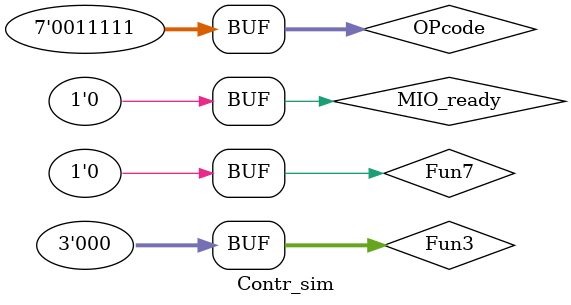
<source format=v>
`timescale 1ns / 1ps


module Contr_sim(

    );
    reg [6:0]OPcode; //OPcode------inst[6:0] //
    reg [2:0]Fun3; //Function-----inst[14:12]
    reg Fun7; //Function-----inst[30]
    reg MIO_ready; //CPU Wait
     wire [2:0]ImmSel; //Á¢¼´ÊýÑ¡Ôñ¿ØÖÆ //
     wire ALUSrc_B; //Ô´²Ù×÷Êý2Ñ¡Ôñ
     wire [1:0]MemtoReg; //Ð´»ØÊý¾ÝÑ¡Ôñ¿ØÖÆ
     wire [1:0]Jump; //jal //
     wire Branch; //beq
     wire BranchN; //bne //
     wire RegWrite; //¼Ä´æÆ÷Ð´Ê¹ÄÜ
     wire MemRW; //´æ´¢Æ÷¶ÁÐ´Ê¹ÄÜ
     wire [3:0]ALU_Control; //alu¿ØÖÆ //
     wire CPU_MIO; //not use
     
SCPU_4921 tb(
     .OPcode(OPcode), //OPcode------inst[6:0] //
     .Fun3(Fun3), //Function-----inst[14:12]
     .Fun7(Fun7), //Function-----inst[30]
     .MIO_ready(MIO_ready), //CPU Wait
      .ImmSel(ImmSel), //Á¢¼´ÊýÑ¡Ôñ¿ØÖÆ //
      .ALUSrc_B(ALUSrc_B), //Ô´²Ù×÷Êý2Ñ¡Ôñ
      .MemtoReg(MemtoReg), //Ð´»ØÊý¾ÝÑ¡Ôñ¿ØÖÆ
      .Jump(Jump), //jal //
      .Branch(Branch), //beq
      .BranchN(BranchN), //bne //
      .RegWrite(RegWrite), //¼Ä´æÆ÷Ð´Ê¹ÄÜ
      .MemRW(MemRW),//´æ´¢Æ÷¶ÁÐ´Ê¹ÄÜ
      .ALU_Control(ALU_Control), //alu¿ØÖÆ //
      .CPU_MIO(CPU_MIO) //not use
     );
initial begin
// Initialize Inputs
OPcode = 0;
MIO_ready = 0; #40;
// Wait 40 ns for global reset to finish¡£ÒÔÉÏÊÇ²âÊÔÄ£°å´úÂë¡£
// Add stimulus here
//¼ì²éÊä³öÐÅºÅºÍ¹Ø¼üÐÅºÅÊä³öÊÇ·ñÂú×ãÕæÖµ±í
OPcode = 7'b0010011;
Fun3 = 3'b111;
#20
OPcode = 7'b0110111;
#20
OPcode = 7'b0110011; //ALUÖ¸Áî£¬¼ì²é ALUop=2'b10; RegWrite=1
Fun3 = 3'b000; Fun7 = 1'b0;//add,¼ì²éALU_Control=3'b010
#20;
Fun3 = 3'b000; Fun7 = 1'b1;//sub,¼ì²éALU_Control=3'b110
#20;
Fun3 = 3'b111; Fun7 = 1'b0;//and,¼ì²éALU_Control=3'b000
#20;
Fun3 = 3'b110; Fun7 = 1'b0;//or,¼ì²éALU_Control=3'b001
#20;
Fun3 = 3'b010; Fun7 = 1'b0 ;//slt,¼ì²éALU_Control=3'b111
#20;
Fun3 = 3'b101; Fun7 = 1'b0; //srl,¼ì²éALU_Control=3'b101
#20;
Fun3 = 3'b100; Fun7 = 1'b0; //xor,¼ì²éALU_Control=3'b011
#20;
Fun3 = 3'b111; Fun7 = 1'b1; //¼ä¸ô
#1;
OPcode = 7'b0100011; //S-Type,loadÖ¸Áî£¬¼ì²é ALUop=2'b00, #20; // ALUSrc_B=1, MemtoReg=1, RegWrite=1
Fun3 = 3'b010;
#20

OPcode = 7'b1100011;//B-Type,
Fun3 = 3'b000;//Beq
#20
Fun3 = 3'b001;//Bne
#20

OPcode = 7'b0110111;//lui
#20
OPcode = 7'b1101111;//J-Type,jal
#20
OPcode = 7'b0000011;//I-Type,lw
#20
OPcode = 7'b1100111;//jalr
#20
OPcode = 7'b0010011;//I-Type
Fun7 = 0;
Fun3 = 3'b000;
#20
Fun3 = 3'b001;
#20
Fun3 = 3'b010;
#20
Fun3 = 3'b011;
#20
Fun3 = 3'b100;
#20
Fun3 = 3'b101;
#20
Fun3 = 3'b110;
#20
Fun3 = 3'b111;
#20

OPcode = 7'b0100011; #20; //storeÖ¸Áî£¬¼ì²éALUop=2'b00, MemRW=1, ALUSrc_B=1
OPcode = 7'b1100011;//beqÖ¸Áî£¬¼ì²é ALUop=2'b01, Branch=1 #20;
OPcode = 7'b1101111; //jumpÖ¸Áî£¬¼ì²é Jump=1
OPcode = 7'b0010011; //IÖ¸Áî£¬¼ì²é ALUop=2'b11; RegWrite=1 #20;
Fun3 = 3'b000; //addi,¼ì²éALU_Control=3'b010
#20;
OPcode = 5'h1f; //¼ä¸ô
Fun3 = 3'b000; Fun7 = 1'b0;//¼ä¸ô
end
endmodule
</source>
